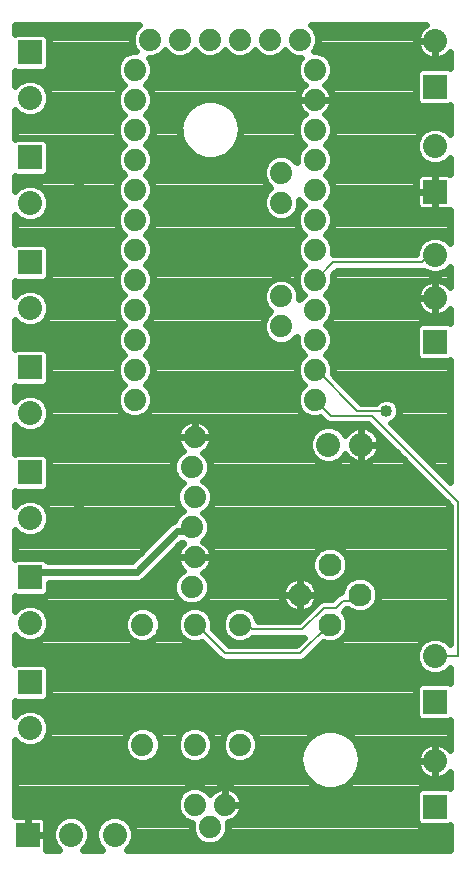
<source format=gbl>
G75*
%MOIN*%
%OFA0B0*%
%FSLAX24Y24*%
%IPPOS*%
%LPD*%
%AMOC8*
5,1,8,0,0,1.08239X$1,22.5*
%
%ADD10R,0.0800X0.0800*%
%ADD11C,0.0800*%
%ADD12C,0.0740*%
%ADD13C,0.0760*%
%ADD14C,0.0240*%
%ADD15C,0.0400*%
%ADD16C,0.0080*%
D10*
X001487Y001557D03*
X001557Y006627D03*
X001557Y010127D03*
X001557Y013627D03*
X001557Y017127D03*
X001557Y020627D03*
X001557Y024127D03*
X001557Y027627D03*
X015057Y026487D03*
X015057Y022987D03*
X015057Y017987D03*
X015057Y005987D03*
X015057Y002487D03*
D11*
X015057Y004005D03*
X015057Y007505D03*
X012607Y014557D03*
X011507Y014557D03*
X015057Y019435D03*
X015057Y020883D03*
X015057Y024505D03*
X015057Y028005D03*
X001557Y026109D03*
X001557Y022609D03*
X001557Y019109D03*
X001557Y015609D03*
X001557Y012109D03*
X001557Y008609D03*
X001557Y005109D03*
X002935Y001557D03*
X004383Y001557D03*
D12*
X005307Y004557D03*
X007057Y004557D03*
X007057Y002557D03*
X007557Y001807D03*
X008057Y002557D03*
X008557Y004557D03*
X008557Y008557D03*
X007057Y008557D03*
X006947Y009807D03*
X007047Y010807D03*
X006947Y011807D03*
X007047Y012807D03*
X006947Y013807D03*
X007047Y014807D03*
X005057Y016057D03*
X005057Y017057D03*
X005057Y018057D03*
X005057Y019057D03*
X005057Y020057D03*
X005057Y021057D03*
X005057Y022057D03*
X005057Y023057D03*
X005057Y024057D03*
X005057Y025057D03*
X005057Y026057D03*
X005057Y027057D03*
X005557Y028057D03*
X006557Y028057D03*
X007557Y028057D03*
X008557Y028057D03*
X009557Y028057D03*
X010557Y028057D03*
X011057Y027057D03*
X011057Y026057D03*
X011057Y025057D03*
X011057Y024057D03*
X011057Y023057D03*
X011057Y022057D03*
X011057Y021057D03*
X011057Y020057D03*
X011057Y019057D03*
X011057Y018057D03*
X011057Y017057D03*
X011057Y016057D03*
X009932Y018495D03*
X009932Y019495D03*
X009932Y022620D03*
X009932Y023620D03*
X005307Y008557D03*
D13*
X010557Y009557D03*
X011557Y008557D03*
X012557Y009557D03*
X011557Y010557D03*
D14*
X001057Y004704D02*
X001057Y002177D01*
X001058Y002177D01*
X001487Y002177D01*
X001487Y001557D01*
X001487Y001557D01*
X001487Y001557D01*
X002107Y001557D01*
X002107Y001128D01*
X002092Y001072D01*
X002084Y001057D01*
X002530Y001057D01*
X002393Y001195D01*
X002295Y001430D01*
X002295Y001685D01*
X002393Y001920D01*
X002573Y002100D01*
X002808Y002197D01*
X003063Y002197D01*
X003298Y002100D01*
X003478Y001920D01*
X003575Y001685D01*
X003575Y001430D01*
X003478Y001195D01*
X003340Y001057D01*
X003978Y001057D01*
X003841Y001195D01*
X003743Y001430D01*
X003743Y001685D01*
X003841Y001920D01*
X004021Y002100D01*
X004256Y002197D01*
X004511Y002197D01*
X004746Y002100D01*
X004926Y001920D01*
X005023Y001685D01*
X005023Y001430D01*
X004926Y001195D01*
X004788Y001057D01*
X015557Y001057D01*
X015557Y001869D01*
X015505Y001847D01*
X014610Y001847D01*
X014521Y001884D01*
X014454Y001951D01*
X014417Y002040D01*
X014417Y002935D01*
X014454Y003023D01*
X014521Y003091D01*
X014610Y003127D01*
X015505Y003127D01*
X015557Y003106D01*
X015557Y003639D01*
X015530Y003601D01*
X015461Y003532D01*
X015382Y003475D01*
X015295Y003431D01*
X015203Y003401D01*
X015106Y003385D01*
X015057Y003385D01*
X015057Y004005D01*
X014437Y004005D01*
X014437Y003956D01*
X014453Y003860D01*
X014483Y003767D01*
X014527Y003680D01*
X014584Y003601D01*
X014653Y003532D01*
X014732Y003475D01*
X014819Y003431D01*
X014912Y003401D01*
X015009Y003385D01*
X015057Y003385D01*
X015057Y004005D01*
X015057Y004005D01*
X015057Y004005D01*
X014437Y004005D01*
X014437Y004054D01*
X014453Y004150D01*
X014483Y004243D01*
X014527Y004330D01*
X014584Y004409D01*
X014653Y004478D01*
X014732Y004536D01*
X014819Y004580D01*
X014912Y004610D01*
X015009Y004625D01*
X015057Y004625D01*
X015057Y004005D01*
X015057Y004005D01*
X015057Y004625D01*
X015106Y004625D01*
X015203Y004610D01*
X015295Y004580D01*
X015382Y004536D01*
X015461Y004478D01*
X015530Y004409D01*
X015557Y004372D01*
X015557Y005369D01*
X015505Y005347D01*
X014610Y005347D01*
X014521Y005384D01*
X014454Y005451D01*
X014417Y005540D01*
X014417Y006435D01*
X014454Y006523D01*
X014521Y006591D01*
X014610Y006627D01*
X015505Y006627D01*
X015557Y006606D01*
X015557Y007100D01*
X015420Y006963D01*
X015185Y006865D01*
X014930Y006865D01*
X014695Y006963D01*
X014515Y007143D01*
X014417Y007378D01*
X014417Y007633D01*
X014515Y007868D01*
X014695Y008048D01*
X014930Y008145D01*
X015185Y008145D01*
X015420Y008048D01*
X015557Y007910D01*
X015557Y012521D01*
X012841Y015237D01*
X011542Y015237D01*
X011439Y015280D01*
X011360Y015359D01*
X011244Y015474D01*
X011179Y015447D01*
X010936Y015447D01*
X010712Y015540D01*
X010540Y015712D01*
X010447Y015936D01*
X010447Y016179D01*
X010540Y016403D01*
X010695Y016557D01*
X010540Y016712D01*
X010447Y016936D01*
X010447Y017179D01*
X010540Y017403D01*
X010695Y017557D01*
X010540Y017712D01*
X010447Y017936D01*
X010447Y018147D01*
X010278Y017978D01*
X010054Y017885D01*
X009811Y017885D01*
X009587Y017978D01*
X009415Y018149D01*
X009322Y018373D01*
X009322Y018616D01*
X009415Y018840D01*
X009570Y018995D01*
X009415Y019149D01*
X009322Y019373D01*
X009322Y019616D01*
X009415Y019840D01*
X009587Y020012D01*
X009811Y020105D01*
X010054Y020105D01*
X010278Y020012D01*
X010449Y019840D01*
X010542Y019616D01*
X010542Y019405D01*
X010695Y019557D01*
X010540Y019712D01*
X010447Y019936D01*
X010447Y020179D01*
X010540Y020403D01*
X010695Y020557D01*
X010540Y020712D01*
X010447Y020936D01*
X010447Y021179D01*
X010540Y021403D01*
X010695Y021557D01*
X010540Y021712D01*
X010447Y021936D01*
X010447Y022179D01*
X010540Y022403D01*
X010695Y022557D01*
X010542Y022710D01*
X010542Y022498D01*
X010449Y022274D01*
X010278Y022103D01*
X010054Y022010D01*
X009811Y022010D01*
X009587Y022103D01*
X009415Y022274D01*
X009322Y022498D01*
X009322Y022741D01*
X009415Y022965D01*
X009570Y023120D01*
X009415Y023274D01*
X009322Y023498D01*
X009322Y023741D01*
X009415Y023965D01*
X009587Y024137D01*
X009811Y024230D01*
X010054Y024230D01*
X010278Y024137D01*
X010447Y023967D01*
X010447Y024179D01*
X010540Y024403D01*
X010695Y024557D01*
X010540Y024712D01*
X010447Y024936D01*
X010447Y025179D01*
X010540Y025403D01*
X010712Y025574D01*
X010716Y025576D01*
X010673Y025607D01*
X010607Y025673D01*
X010553Y025748D01*
X010511Y025831D01*
X010482Y025919D01*
X010467Y026011D01*
X010467Y026057D01*
X011057Y026057D01*
X011057Y026057D01*
X010467Y026057D01*
X010467Y026104D01*
X010482Y026195D01*
X010511Y026284D01*
X010553Y026367D01*
X010607Y026442D01*
X010673Y026507D01*
X010716Y026539D01*
X010712Y026540D01*
X010540Y026712D01*
X010447Y026936D01*
X010447Y027179D01*
X010540Y027403D01*
X010585Y027447D01*
X010436Y027447D01*
X010212Y027540D01*
X010057Y027695D01*
X009903Y027540D01*
X009679Y027447D01*
X009436Y027447D01*
X009212Y027540D01*
X009057Y027695D01*
X008903Y027540D01*
X008679Y027447D01*
X008436Y027447D01*
X008212Y027540D01*
X008057Y027695D01*
X007903Y027540D01*
X007679Y027447D01*
X007436Y027447D01*
X007212Y027540D01*
X007057Y027695D01*
X006903Y027540D01*
X006679Y027447D01*
X006436Y027447D01*
X006212Y027540D01*
X006057Y027695D01*
X005903Y027540D01*
X005679Y027447D01*
X005530Y027447D01*
X005574Y027403D01*
X005667Y027179D01*
X005667Y026936D01*
X005574Y026712D01*
X005420Y026557D01*
X005574Y026403D01*
X005667Y026179D01*
X005667Y025936D01*
X005574Y025712D01*
X005420Y025557D01*
X005574Y025403D01*
X005667Y025179D01*
X005667Y024936D01*
X005574Y024712D01*
X005420Y024557D01*
X005574Y024403D01*
X005667Y024179D01*
X005667Y023936D01*
X005574Y023712D01*
X005420Y023557D01*
X005574Y023403D01*
X005667Y023179D01*
X005667Y022936D01*
X005574Y022712D01*
X005420Y022557D01*
X005574Y022403D01*
X005667Y022179D01*
X005667Y021936D01*
X005574Y021712D01*
X005420Y021557D01*
X005574Y021403D01*
X005667Y021179D01*
X005667Y020936D01*
X005574Y020712D01*
X005420Y020557D01*
X005574Y020403D01*
X005667Y020179D01*
X005667Y019936D01*
X005574Y019712D01*
X005420Y019557D01*
X005574Y019403D01*
X005667Y019179D01*
X005667Y018936D01*
X005574Y018712D01*
X005420Y018557D01*
X005574Y018403D01*
X005667Y018179D01*
X005667Y017936D01*
X005574Y017712D01*
X005420Y017557D01*
X005574Y017403D01*
X005667Y017179D01*
X005667Y016936D01*
X005574Y016712D01*
X005420Y016557D01*
X005574Y016403D01*
X005667Y016179D01*
X005667Y015936D01*
X005574Y015712D01*
X005403Y015540D01*
X005179Y015447D01*
X004936Y015447D01*
X004712Y015540D01*
X004540Y015712D01*
X004447Y015936D01*
X004447Y016179D01*
X004540Y016403D01*
X004695Y016557D01*
X004540Y016712D01*
X004447Y016936D01*
X004447Y017179D01*
X004540Y017403D01*
X004695Y017557D01*
X004540Y017712D01*
X004447Y017936D01*
X004447Y018179D01*
X004540Y018403D01*
X004695Y018557D01*
X004540Y018712D01*
X004447Y018936D01*
X004447Y019179D01*
X004540Y019403D01*
X004695Y019557D01*
X004540Y019712D01*
X004447Y019936D01*
X004447Y020179D01*
X004540Y020403D01*
X004695Y020557D01*
X004540Y020712D01*
X004447Y020936D01*
X004447Y021179D01*
X004540Y021403D01*
X004695Y021557D01*
X004540Y021712D01*
X004447Y021936D01*
X004447Y022179D01*
X004540Y022403D01*
X004695Y022557D01*
X004540Y022712D01*
X004447Y022936D01*
X004447Y023179D01*
X004540Y023403D01*
X004695Y023557D01*
X004540Y023712D01*
X004447Y023936D01*
X004447Y024179D01*
X004540Y024403D01*
X004695Y024557D01*
X004540Y024712D01*
X004447Y024936D01*
X004447Y025179D01*
X004540Y025403D01*
X004695Y025557D01*
X004540Y025712D01*
X004447Y025936D01*
X004447Y026179D01*
X004540Y026403D01*
X004695Y026557D01*
X004540Y026712D01*
X004447Y026936D01*
X004447Y027179D01*
X004540Y027403D01*
X004712Y027574D01*
X004936Y027667D01*
X005085Y027667D01*
X005040Y027712D01*
X004947Y027936D01*
X004947Y028179D01*
X005040Y028403D01*
X005195Y028557D01*
X001057Y028557D01*
X001057Y028246D01*
X001110Y028267D01*
X002005Y028267D01*
X002093Y028231D01*
X002161Y028163D01*
X002197Y028075D01*
X002197Y027180D01*
X002161Y027091D01*
X002093Y027024D01*
X002005Y026987D01*
X001110Y026987D01*
X001057Y027009D01*
X001057Y026514D01*
X001195Y026652D01*
X001430Y026749D01*
X001685Y026749D01*
X001920Y026652D01*
X002100Y026472D01*
X002197Y026237D01*
X002197Y025982D01*
X002100Y025747D01*
X001920Y025567D01*
X001685Y025469D01*
X001430Y025469D01*
X001195Y025567D01*
X001057Y025704D01*
X001057Y024746D01*
X001110Y024767D01*
X002005Y024767D01*
X002093Y024731D01*
X002161Y024663D01*
X002197Y024575D01*
X002197Y023680D01*
X002161Y023591D01*
X002093Y023524D01*
X002005Y023487D01*
X001110Y023487D01*
X001057Y023509D01*
X001057Y023014D01*
X001195Y023152D01*
X001430Y023249D01*
X001685Y023249D01*
X001920Y023152D01*
X002100Y022972D01*
X002197Y022737D01*
X002197Y022482D01*
X002100Y022247D01*
X001920Y022067D01*
X001685Y021969D01*
X001430Y021969D01*
X001195Y022067D01*
X001057Y022204D01*
X001057Y021246D01*
X001110Y021267D01*
X002005Y021267D01*
X002093Y021231D01*
X002161Y021163D01*
X002197Y021075D01*
X002197Y020180D01*
X002161Y020091D01*
X002093Y020024D01*
X002005Y019987D01*
X001110Y019987D01*
X001057Y020009D01*
X001057Y019514D01*
X001195Y019652D01*
X001430Y019749D01*
X001685Y019749D01*
X001920Y019652D01*
X002100Y019472D01*
X002197Y019237D01*
X002197Y018982D01*
X002100Y018747D01*
X001920Y018567D01*
X001685Y018469D01*
X001430Y018469D01*
X001195Y018567D01*
X001057Y018704D01*
X001057Y017746D01*
X001110Y017767D01*
X002005Y017767D01*
X002093Y017731D01*
X002161Y017663D01*
X002197Y017575D01*
X002197Y016680D01*
X002161Y016591D01*
X002093Y016524D01*
X002005Y016487D01*
X001110Y016487D01*
X001057Y016509D01*
X001057Y016014D01*
X001195Y016152D01*
X001430Y016249D01*
X001685Y016249D01*
X001920Y016152D01*
X002100Y015972D01*
X002197Y015737D01*
X002197Y015482D01*
X002100Y015247D01*
X001920Y015067D01*
X001685Y014969D01*
X001430Y014969D01*
X001195Y015067D01*
X001057Y015204D01*
X001057Y014246D01*
X001110Y014267D01*
X002005Y014267D01*
X002093Y014231D01*
X002161Y014163D01*
X002197Y014075D01*
X002197Y013180D01*
X002161Y013091D01*
X002093Y013024D01*
X002005Y012987D01*
X001110Y012987D01*
X001057Y013009D01*
X001057Y012514D01*
X001195Y012652D01*
X001430Y012749D01*
X001685Y012749D01*
X001920Y012652D01*
X002100Y012472D01*
X002197Y012237D01*
X002197Y011982D01*
X002100Y011747D01*
X001920Y011567D01*
X001685Y011469D01*
X001430Y011469D01*
X001195Y011567D01*
X001057Y011704D01*
X001057Y010746D01*
X001110Y010767D01*
X002005Y010767D01*
X002093Y010731D01*
X002147Y010677D01*
X004968Y010677D01*
X006172Y011881D01*
X006172Y011881D01*
X006273Y011983D01*
X006377Y012026D01*
X006430Y012153D01*
X006602Y012324D01*
X006648Y012344D01*
X006530Y012462D01*
X006437Y012686D01*
X006437Y012929D01*
X006530Y013153D01*
X006648Y013271D01*
X006602Y013290D01*
X006430Y013462D01*
X006337Y013686D01*
X006337Y013929D01*
X006430Y014153D01*
X006602Y014324D01*
X006670Y014353D01*
X006663Y014357D01*
X006597Y014423D01*
X006543Y014498D01*
X006501Y014581D01*
X006472Y014669D01*
X006457Y014761D01*
X006457Y014807D01*
X007047Y014807D01*
X007047Y014807D01*
X006457Y014807D01*
X006457Y014854D01*
X006472Y014945D01*
X006501Y015034D01*
X006543Y015117D01*
X006597Y015192D01*
X006663Y015257D01*
X006738Y015312D01*
X006821Y015354D01*
X006909Y015383D01*
X007001Y015397D01*
X007047Y015397D01*
X007047Y014807D01*
X007047Y014807D01*
X007047Y014807D01*
X007637Y014807D01*
X007637Y014761D01*
X007623Y014669D01*
X007594Y014581D01*
X007552Y014498D01*
X007497Y014423D01*
X007432Y014357D01*
X007357Y014303D01*
X007329Y014289D01*
X007464Y014153D01*
X007557Y013929D01*
X007557Y013686D01*
X007464Y013462D01*
X007346Y013344D01*
X007393Y013324D01*
X007564Y013153D01*
X007657Y012929D01*
X007657Y012686D01*
X007564Y012462D01*
X007393Y012290D01*
X007346Y012271D01*
X007464Y012153D01*
X007557Y011929D01*
X007557Y011686D01*
X007464Y011462D01*
X007329Y011326D01*
X007357Y011312D01*
X007432Y011257D01*
X007497Y011192D01*
X007552Y011117D01*
X007594Y011034D01*
X007623Y010945D01*
X007637Y010854D01*
X007637Y010807D01*
X007047Y010807D01*
X006457Y010807D01*
X006457Y010761D01*
X006472Y010669D01*
X006501Y010581D01*
X006543Y010498D01*
X006597Y010423D01*
X006663Y010357D01*
X006670Y010353D01*
X006602Y010324D01*
X006430Y010153D01*
X006337Y009929D01*
X006337Y009686D01*
X006430Y009462D01*
X006602Y009290D01*
X006826Y009197D01*
X007069Y009197D01*
X007293Y009290D01*
X007464Y009462D01*
X007557Y009686D01*
X007557Y009929D01*
X007464Y010153D01*
X007329Y010289D01*
X007357Y010303D01*
X007432Y010357D01*
X007497Y010423D01*
X007552Y010498D01*
X007594Y010581D01*
X007623Y010669D01*
X007637Y010761D01*
X007637Y010807D01*
X007047Y010807D01*
X007047Y010807D01*
X006457Y010807D01*
X006457Y010854D01*
X006472Y010945D01*
X006501Y011034D01*
X006543Y011117D01*
X006597Y011192D01*
X006663Y011257D01*
X006670Y011262D01*
X006602Y011290D01*
X006601Y011291D01*
X005321Y010012D01*
X005189Y009957D01*
X002197Y009957D01*
X002197Y009680D01*
X002161Y009591D01*
X002093Y009524D01*
X002005Y009487D01*
X001110Y009487D01*
X001057Y009509D01*
X001057Y009014D01*
X001195Y009152D01*
X001430Y009249D01*
X001685Y009249D01*
X001920Y009152D01*
X002100Y008972D01*
X002197Y008737D01*
X002197Y008482D01*
X002100Y008247D01*
X001920Y008067D01*
X001685Y007969D01*
X001430Y007969D01*
X001195Y008067D01*
X001057Y008204D01*
X001057Y007246D01*
X001110Y007267D01*
X002005Y007267D01*
X002093Y007231D01*
X002161Y007163D01*
X002197Y007075D01*
X002197Y006180D01*
X002161Y006091D01*
X002093Y006024D01*
X002005Y005987D01*
X001110Y005987D01*
X001057Y006009D01*
X001057Y005514D01*
X001195Y005652D01*
X001430Y005749D01*
X001685Y005749D01*
X001920Y005652D01*
X002100Y005472D01*
X002197Y005237D01*
X002197Y004982D01*
X002100Y004747D01*
X001920Y004567D01*
X001685Y004469D01*
X001430Y004469D01*
X001195Y004567D01*
X001057Y004704D01*
X001057Y004520D02*
X001308Y004520D01*
X001057Y004281D02*
X004761Y004281D01*
X004790Y004212D02*
X004962Y004040D01*
X005186Y003947D01*
X005429Y003947D01*
X005653Y004040D01*
X005824Y004212D01*
X005917Y004436D01*
X005917Y004679D01*
X005824Y004903D01*
X005653Y005074D01*
X005429Y005167D01*
X005186Y005167D01*
X004962Y005074D01*
X004790Y004903D01*
X004697Y004679D01*
X004697Y004436D01*
X004790Y004212D01*
X004959Y004043D02*
X001057Y004043D01*
X001057Y003804D02*
X010588Y003804D01*
X010604Y003717D02*
X010542Y004067D01*
X010542Y004067D01*
X010604Y004418D01*
X010604Y004418D01*
X010782Y004727D01*
X010782Y004727D01*
X010782Y004727D01*
X011055Y004956D01*
X011055Y004956D01*
X011389Y005077D01*
X011745Y005077D01*
X012080Y004956D01*
X012080Y004956D01*
X012353Y004727D01*
X012353Y004727D01*
X012531Y004418D01*
X012531Y004418D01*
X012593Y004067D01*
X012593Y004067D01*
X012531Y003717D01*
X012531Y003717D01*
X012353Y003408D01*
X012353Y003408D01*
X012353Y003408D01*
X012080Y003179D01*
X012080Y003179D01*
X011745Y003057D01*
X011623Y003057D01*
X011389Y003057D01*
X011055Y003179D01*
X011055Y003179D01*
X010782Y003408D01*
X010782Y003408D01*
X010604Y003717D01*
X010604Y003717D01*
X010691Y003566D02*
X001057Y003566D01*
X001057Y003327D02*
X010878Y003327D01*
X010546Y004043D02*
X008905Y004043D01*
X008903Y004040D02*
X009074Y004212D01*
X009167Y004436D01*
X009167Y004679D01*
X009074Y004903D01*
X008903Y005074D01*
X008679Y005167D01*
X008436Y005167D01*
X008212Y005074D01*
X008040Y004903D01*
X007947Y004679D01*
X007947Y004436D01*
X008040Y004212D01*
X008212Y004040D01*
X008436Y003947D01*
X008679Y003947D01*
X008903Y004040D01*
X009103Y004281D02*
X010579Y004281D01*
X010662Y004520D02*
X009167Y004520D01*
X009134Y004758D02*
X010820Y004758D01*
X011168Y004997D02*
X008980Y004997D01*
X008209Y004043D02*
X007405Y004043D01*
X007403Y004040D02*
X007574Y004212D01*
X007667Y004436D01*
X007667Y004679D01*
X007574Y004903D01*
X007403Y005074D01*
X007179Y005167D01*
X006936Y005167D01*
X006712Y005074D01*
X006540Y004903D01*
X006447Y004679D01*
X006447Y004436D01*
X006540Y004212D01*
X006712Y004040D01*
X006936Y003947D01*
X007179Y003947D01*
X007403Y004040D01*
X007603Y004281D02*
X008011Y004281D01*
X007947Y004520D02*
X007667Y004520D01*
X007634Y004758D02*
X007980Y004758D01*
X008134Y004997D02*
X007480Y004997D01*
X006709Y004043D02*
X005655Y004043D01*
X005853Y004281D02*
X006511Y004281D01*
X006447Y004520D02*
X005917Y004520D01*
X005884Y004758D02*
X006480Y004758D01*
X006634Y004997D02*
X005730Y004997D01*
X004884Y004997D02*
X002197Y004997D01*
X002197Y005235D02*
X015557Y005235D01*
X015557Y004997D02*
X011967Y004997D01*
X012315Y004758D02*
X015557Y004758D01*
X015557Y004520D02*
X015404Y004520D01*
X015057Y004520D02*
X015057Y004520D01*
X015057Y004281D02*
X015057Y004281D01*
X015057Y004043D02*
X015057Y004043D01*
X015057Y003804D02*
X015057Y003804D01*
X015057Y003566D02*
X015057Y003566D01*
X014620Y003566D02*
X012444Y003566D01*
X012547Y003804D02*
X014471Y003804D01*
X014437Y004043D02*
X012589Y004043D01*
X012555Y004281D02*
X014502Y004281D01*
X014711Y004520D02*
X012472Y004520D01*
X012257Y003327D02*
X015557Y003327D01*
X015557Y003566D02*
X015495Y003566D01*
X014519Y003089D02*
X011832Y003089D01*
X011745Y003057D02*
X011745Y003057D01*
X011303Y003089D02*
X008314Y003089D01*
X008284Y003104D02*
X008367Y003062D01*
X008442Y003007D01*
X008507Y002942D01*
X008562Y002867D01*
X008604Y002784D01*
X008633Y002695D01*
X008647Y002604D01*
X008647Y002557D01*
X008057Y002557D01*
X008057Y002557D01*
X008057Y003147D01*
X008011Y003147D01*
X007919Y003133D01*
X007831Y003104D01*
X007748Y003062D01*
X007673Y003007D01*
X007607Y002942D01*
X007576Y002899D01*
X007574Y002903D01*
X007403Y003074D01*
X007179Y003167D01*
X006936Y003167D01*
X006712Y003074D01*
X006540Y002903D01*
X006447Y002679D01*
X006447Y002436D01*
X006540Y002212D01*
X006712Y002040D01*
X006936Y001947D01*
X006955Y001947D01*
X006947Y001929D01*
X006947Y001686D01*
X007040Y001462D01*
X007212Y001290D01*
X007436Y001197D01*
X007679Y001197D01*
X007903Y001290D01*
X008074Y001462D01*
X008167Y001686D01*
X008167Y001929D01*
X008148Y001974D01*
X008195Y001982D01*
X008284Y002011D01*
X008367Y002053D01*
X008442Y002107D01*
X008507Y002173D01*
X008562Y002248D01*
X008604Y002331D01*
X008633Y002419D01*
X008647Y002511D01*
X008647Y002557D01*
X008057Y002557D01*
X008057Y002557D01*
X008057Y003147D01*
X008104Y003147D01*
X008195Y003133D01*
X008284Y003104D01*
X008057Y003089D02*
X008057Y003089D01*
X008057Y002850D02*
X008057Y002850D01*
X008057Y002612D02*
X008057Y002612D01*
X007801Y003089D02*
X007368Y003089D01*
X006746Y003089D02*
X001057Y003089D01*
X001057Y002850D02*
X006518Y002850D01*
X006447Y002612D02*
X001057Y002612D01*
X001057Y002373D02*
X006473Y002373D01*
X006617Y002135D02*
X004661Y002135D01*
X004936Y001896D02*
X006947Y001896D01*
X006959Y001658D02*
X005023Y001658D01*
X005019Y001419D02*
X007083Y001419D01*
X008032Y001419D02*
X015557Y001419D01*
X015557Y001181D02*
X004912Y001181D01*
X004105Y002135D02*
X003213Y002135D01*
X003488Y001896D02*
X003831Y001896D01*
X003743Y001658D02*
X003575Y001658D01*
X003571Y001419D02*
X003748Y001419D01*
X003855Y001181D02*
X003464Y001181D01*
X002657Y002135D02*
X002020Y002135D01*
X002022Y002133D02*
X001972Y002162D01*
X001916Y002177D01*
X001487Y002177D01*
X001487Y001557D01*
X002107Y001557D01*
X002107Y001986D01*
X002092Y002042D01*
X002063Y002092D01*
X002022Y002133D01*
X002107Y001896D02*
X002383Y001896D01*
X002295Y001658D02*
X002107Y001658D01*
X002107Y001419D02*
X002300Y001419D01*
X002407Y001181D02*
X002107Y001181D01*
X001487Y001658D02*
X001487Y001658D01*
X001487Y001896D02*
X001487Y001896D01*
X001487Y002135D02*
X001487Y002135D01*
X001806Y004520D02*
X004697Y004520D01*
X004730Y004758D02*
X002105Y004758D01*
X002098Y005474D02*
X014445Y005474D01*
X014417Y005712D02*
X001774Y005712D01*
X001341Y005712D02*
X001057Y005712D01*
X001057Y005951D02*
X014417Y005951D01*
X014417Y006189D02*
X002197Y006189D01*
X002197Y006428D02*
X014417Y006428D01*
X014515Y007143D02*
X002169Y007143D01*
X002197Y006905D02*
X014835Y006905D01*
X015280Y006905D02*
X015557Y006905D01*
X015557Y006666D02*
X002197Y006666D01*
X001950Y008097D02*
X004905Y008097D01*
X004962Y008040D02*
X005186Y007947D01*
X005429Y007947D01*
X005653Y008040D01*
X005824Y008212D01*
X005917Y008436D01*
X005917Y008679D01*
X005824Y008903D01*
X005653Y009074D01*
X005429Y009167D01*
X005186Y009167D01*
X004962Y009074D01*
X004790Y008903D01*
X004697Y008679D01*
X004697Y008436D01*
X004790Y008212D01*
X004962Y008040D01*
X004739Y008336D02*
X002137Y008336D01*
X002197Y008574D02*
X004697Y008574D01*
X004753Y008813D02*
X002166Y008813D01*
X002020Y009051D02*
X004939Y009051D01*
X005305Y010005D02*
X006369Y010005D01*
X006337Y009767D02*
X002197Y009767D01*
X002098Y009528D02*
X006403Y009528D01*
X006603Y009290D02*
X001057Y009290D01*
X001057Y009051D02*
X001094Y009051D01*
X001557Y010127D02*
X001597Y010157D01*
X001757Y010317D01*
X005117Y010317D01*
X006477Y011677D01*
X006637Y011677D01*
X006717Y011757D01*
X006877Y011757D01*
X006947Y011807D01*
X006602Y012390D02*
X002134Y012390D01*
X002197Y012152D02*
X006430Y012152D01*
X006204Y011913D02*
X002169Y011913D01*
X002028Y011675D02*
X005966Y011675D01*
X005727Y011436D02*
X001057Y011436D01*
X001057Y011198D02*
X005489Y011198D01*
X005250Y010959D02*
X001057Y010959D01*
X001057Y011675D02*
X001087Y011675D01*
X001057Y012629D02*
X001172Y012629D01*
X001057Y012867D02*
X006437Y012867D01*
X006461Y012629D02*
X001943Y012629D01*
X002167Y013106D02*
X006511Y013106D01*
X006548Y013344D02*
X002197Y013344D01*
X002197Y013583D02*
X006380Y013583D01*
X006337Y013821D02*
X002197Y013821D01*
X002197Y014060D02*
X006392Y014060D01*
X006576Y014298D02*
X001057Y014298D01*
X001057Y014537D02*
X006523Y014537D01*
X006457Y014775D02*
X001057Y014775D01*
X001057Y015014D02*
X001323Y015014D01*
X001792Y015014D02*
X006494Y015014D01*
X006658Y015252D02*
X002102Y015252D01*
X002197Y015491D02*
X004831Y015491D01*
X004533Y015729D02*
X002197Y015729D01*
X002102Y015968D02*
X004447Y015968D01*
X004459Y016206D02*
X001789Y016206D01*
X001326Y016206D02*
X001057Y016206D01*
X001057Y016445D02*
X004582Y016445D01*
X004569Y016683D02*
X002197Y016683D01*
X002197Y016922D02*
X004453Y016922D01*
X004447Y017160D02*
X002197Y017160D01*
X002197Y017399D02*
X004539Y017399D01*
X004615Y017637D02*
X002172Y017637D01*
X001944Y018591D02*
X004661Y018591D01*
X004519Y018353D02*
X001057Y018353D01*
X001057Y018591D02*
X001170Y018591D01*
X001057Y018114D02*
X004447Y018114D01*
X004472Y017876D02*
X001057Y017876D01*
X002134Y018830D02*
X004491Y018830D01*
X004447Y019068D02*
X002197Y019068D01*
X002168Y019307D02*
X004500Y019307D01*
X004683Y019545D02*
X002026Y019545D01*
X002090Y020022D02*
X004447Y020022D01*
X004481Y020261D02*
X002197Y020261D01*
X002197Y020499D02*
X004637Y020499D01*
X004529Y020738D02*
X002197Y020738D01*
X002197Y020976D02*
X004447Y020976D01*
X004462Y021215D02*
X002109Y021215D01*
X002022Y022169D02*
X004447Y022169D01*
X004450Y021930D02*
X001057Y021930D01*
X001057Y021692D02*
X004560Y021692D01*
X004591Y021453D02*
X001057Y021453D01*
X001057Y022169D02*
X001093Y022169D01*
X001057Y023123D02*
X001166Y023123D01*
X001057Y023361D02*
X004523Y023361D01*
X004447Y023123D02*
X001949Y023123D01*
X002136Y022884D02*
X004469Y022884D01*
X004606Y022646D02*
X002197Y022646D01*
X002166Y022407D02*
X004545Y022407D01*
X004652Y023600D02*
X002164Y023600D01*
X002197Y023838D02*
X004488Y023838D01*
X004447Y024077D02*
X002197Y024077D01*
X002197Y024315D02*
X004504Y024315D01*
X004691Y024554D02*
X002197Y024554D01*
X001778Y025508D02*
X004645Y025508D01*
X004526Y025746D02*
X002099Y025746D01*
X002197Y025985D02*
X004447Y025985D01*
X004466Y026223D02*
X002197Y026223D01*
X002104Y026462D02*
X004599Y026462D01*
X004552Y026700D02*
X001803Y026700D01*
X001312Y026700D02*
X001057Y026700D01*
X001057Y026939D02*
X004447Y026939D01*
X004447Y027177D02*
X002196Y027177D01*
X002197Y027416D02*
X004553Y027416D01*
X004905Y027654D02*
X002197Y027654D01*
X002197Y027893D02*
X004965Y027893D01*
X004947Y028131D02*
X002174Y028131D01*
X001057Y028370D02*
X005027Y028370D01*
X005561Y027416D02*
X010553Y027416D01*
X010447Y027177D02*
X005667Y027177D01*
X005667Y026939D02*
X010447Y026939D01*
X010552Y026700D02*
X005563Y026700D01*
X005515Y026462D02*
X010627Y026462D01*
X010491Y026223D02*
X005649Y026223D01*
X005667Y025985D02*
X007135Y025985D01*
X007055Y025956D02*
X007055Y025956D01*
X006782Y025727D01*
X006782Y025727D01*
X006782Y025727D01*
X006604Y025418D01*
X006542Y025067D01*
X006604Y024717D01*
X006782Y024408D01*
X007055Y024179D01*
X007389Y024057D01*
X007512Y024057D01*
X007745Y024057D01*
X008080Y024179D01*
X008353Y024408D01*
X008353Y024408D01*
X008353Y024408D01*
X008531Y024717D01*
X008593Y025067D01*
X008593Y025067D01*
X008531Y025418D01*
X008353Y025727D01*
X008080Y025955D01*
X008080Y025956D01*
X007745Y026077D01*
X007389Y026077D01*
X007055Y025956D01*
X006805Y025746D02*
X005589Y025746D01*
X005469Y025508D02*
X006655Y025508D01*
X006604Y025418D02*
X006604Y025418D01*
X006577Y025269D02*
X005630Y025269D01*
X005667Y025031D02*
X006548Y025031D01*
X006542Y025067D02*
X006542Y025067D01*
X006590Y024792D02*
X005608Y024792D01*
X005423Y024554D02*
X006698Y024554D01*
X006782Y024408D02*
X006782Y024408D01*
X006892Y024315D02*
X005611Y024315D01*
X005667Y024077D02*
X007336Y024077D01*
X007055Y024179D02*
X007055Y024179D01*
X006604Y024717D02*
X006604Y024717D01*
X005667Y023123D02*
X009567Y023123D01*
X009382Y022884D02*
X005646Y022884D01*
X005509Y022646D02*
X009322Y022646D01*
X009360Y022407D02*
X005570Y022407D01*
X005667Y022169D02*
X009521Y022169D01*
X009379Y023361D02*
X005592Y023361D01*
X005463Y023600D02*
X009322Y023600D01*
X009363Y023838D02*
X005627Y023838D01*
X004507Y024792D02*
X001057Y024792D01*
X001057Y025031D02*
X004447Y025031D01*
X004485Y025269D02*
X001057Y025269D01*
X001057Y025508D02*
X001337Y025508D01*
X001057Y019784D02*
X004510Y019784D01*
X005432Y019545D02*
X009322Y019545D01*
X009350Y019307D02*
X005614Y019307D01*
X005667Y019068D02*
X009496Y019068D01*
X009411Y018830D02*
X005623Y018830D01*
X005454Y018591D02*
X009322Y018591D01*
X009331Y018353D02*
X005595Y018353D01*
X005667Y018114D02*
X009450Y018114D01*
X009392Y019784D02*
X005604Y019784D01*
X005667Y020022D02*
X009612Y020022D01*
X010253Y020022D02*
X010447Y020022D01*
X010473Y019784D02*
X010510Y019784D01*
X010542Y019545D02*
X010683Y019545D01*
X010481Y020261D02*
X005633Y020261D01*
X005478Y020499D02*
X010637Y020499D01*
X010529Y020738D02*
X005585Y020738D01*
X005667Y020976D02*
X010447Y020976D01*
X010462Y021215D02*
X005652Y021215D01*
X005524Y021453D02*
X010591Y021453D01*
X010560Y021692D02*
X005555Y021692D01*
X005665Y021930D02*
X010450Y021930D01*
X010447Y022169D02*
X010344Y022169D01*
X010505Y022407D02*
X010545Y022407D01*
X010542Y022646D02*
X010606Y022646D01*
X011420Y022557D02*
X011574Y022712D01*
X011667Y022936D01*
X011667Y023179D01*
X011574Y023403D01*
X011420Y023557D01*
X011574Y023712D01*
X011667Y023936D01*
X011667Y024179D01*
X011574Y024403D01*
X011420Y024557D01*
X011574Y024712D01*
X011667Y024936D01*
X011667Y025179D01*
X011574Y025403D01*
X011403Y025574D01*
X011399Y025576D01*
X011442Y025607D01*
X011507Y025673D01*
X011562Y025748D01*
X011604Y025831D01*
X011633Y025919D01*
X011647Y026011D01*
X011647Y026057D01*
X011057Y026057D01*
X011057Y026057D01*
X011647Y026057D01*
X011647Y026104D01*
X011633Y026195D01*
X011604Y026284D01*
X011562Y026367D01*
X011507Y026442D01*
X011442Y026507D01*
X011399Y026539D01*
X011403Y026540D01*
X011574Y026712D01*
X011667Y026936D01*
X011667Y027179D01*
X011574Y027403D01*
X011403Y027574D01*
X011179Y027667D01*
X011030Y027667D01*
X011074Y027712D01*
X011167Y027936D01*
X011167Y028179D01*
X011074Y028403D01*
X010920Y028557D01*
X014775Y028557D01*
X014732Y028536D01*
X014653Y028478D01*
X014584Y028409D01*
X014527Y028330D01*
X014483Y028243D01*
X014453Y028150D01*
X014437Y028054D01*
X014437Y028005D01*
X014437Y027956D01*
X014453Y027860D01*
X014483Y027767D01*
X014527Y027680D01*
X014584Y027601D01*
X014653Y027532D01*
X014732Y027475D01*
X014819Y027431D01*
X014912Y027401D01*
X015009Y027385D01*
X015057Y027385D01*
X015057Y028005D01*
X014437Y028005D01*
X015057Y028005D01*
X015057Y028005D01*
X015057Y028005D01*
X015057Y027385D01*
X015106Y027385D01*
X015203Y027401D01*
X015295Y027431D01*
X015382Y027475D01*
X015461Y027532D01*
X015530Y027601D01*
X015557Y027639D01*
X015557Y027106D01*
X015505Y027127D01*
X014610Y027127D01*
X014521Y027091D01*
X014454Y027023D01*
X014417Y026935D01*
X014417Y026040D01*
X014454Y025951D01*
X014521Y025884D01*
X014610Y025847D01*
X015505Y025847D01*
X015557Y025869D01*
X015557Y024910D01*
X015420Y025048D01*
X015185Y025145D01*
X014930Y025145D01*
X014695Y025048D01*
X014515Y024868D01*
X014417Y024633D01*
X014417Y024378D01*
X014515Y024143D01*
X014695Y023963D01*
X014930Y023865D01*
X015185Y023865D01*
X015420Y023963D01*
X015557Y024100D01*
X015557Y023584D01*
X015542Y023592D01*
X015486Y023607D01*
X015057Y023607D01*
X014628Y023607D01*
X014572Y023592D01*
X014522Y023563D01*
X014481Y023522D01*
X014452Y023472D01*
X014437Y023416D01*
X014437Y022987D01*
X014437Y022558D01*
X014452Y022502D01*
X014481Y022452D01*
X014522Y022411D01*
X014572Y022382D01*
X014628Y022367D01*
X015057Y022367D01*
X015057Y022987D01*
X015057Y022987D01*
X014437Y022987D01*
X015057Y022987D01*
X015057Y022987D01*
X015057Y022367D01*
X015486Y022367D01*
X015542Y022382D01*
X015557Y022391D01*
X015557Y021288D01*
X015420Y021426D01*
X015185Y021523D01*
X014930Y021523D01*
X014695Y021426D01*
X014515Y021246D01*
X014417Y021011D01*
X014417Y020917D01*
X011660Y020917D01*
X011667Y020936D01*
X011667Y021179D01*
X011574Y021403D01*
X011420Y021557D01*
X011574Y021712D01*
X011667Y021936D01*
X011667Y022179D01*
X011574Y022403D01*
X011420Y022557D01*
X011509Y022646D02*
X014437Y022646D01*
X014437Y022884D02*
X011646Y022884D01*
X011667Y023123D02*
X014437Y023123D01*
X014437Y023361D02*
X011592Y023361D01*
X011463Y023600D02*
X014600Y023600D01*
X014581Y024077D02*
X011667Y024077D01*
X011627Y023838D02*
X015557Y023838D01*
X015557Y023600D02*
X015514Y023600D01*
X015534Y024077D02*
X015557Y024077D01*
X015057Y023607D02*
X015057Y022987D01*
X015057Y023607D01*
X015057Y023600D02*
X015057Y023600D01*
X015057Y023361D02*
X015057Y023361D01*
X015057Y023123D02*
X015057Y023123D01*
X015057Y022987D02*
X015057Y022987D01*
X015057Y022884D02*
X015057Y022884D01*
X015057Y022646D02*
X015057Y022646D01*
X015057Y022407D02*
X015057Y022407D01*
X014529Y022407D02*
X011570Y022407D01*
X011667Y022169D02*
X015557Y022169D01*
X015557Y021930D02*
X011665Y021930D01*
X011555Y021692D02*
X015557Y021692D01*
X015557Y021453D02*
X015353Y021453D01*
X015557Y020478D02*
X015557Y019802D01*
X015530Y019839D01*
X015461Y019908D01*
X015382Y019966D01*
X015295Y020010D01*
X015203Y020040D01*
X015106Y020055D01*
X015057Y020055D01*
X015009Y020055D01*
X014912Y020040D01*
X014819Y020010D01*
X014732Y019966D01*
X014653Y019908D01*
X014584Y019839D01*
X014527Y019760D01*
X014483Y019673D01*
X014453Y019580D01*
X014437Y019484D01*
X014437Y019435D01*
X014437Y019386D01*
X014453Y019290D01*
X014483Y019197D01*
X014527Y019110D01*
X014584Y019031D01*
X014653Y018962D01*
X014732Y018905D01*
X014819Y018861D01*
X014912Y018831D01*
X015009Y018815D01*
X015057Y018815D01*
X015057Y019435D01*
X014437Y019435D01*
X015057Y019435D01*
X015057Y019435D01*
X015057Y019435D01*
X015057Y018815D01*
X015106Y018815D01*
X015203Y018831D01*
X015295Y018861D01*
X015382Y018905D01*
X015461Y018962D01*
X015530Y019031D01*
X015557Y019069D01*
X015557Y018606D01*
X015505Y018627D01*
X014610Y018627D01*
X014521Y018591D01*
X014454Y018523D01*
X014417Y018435D01*
X014417Y017540D01*
X014454Y017451D01*
X014521Y017384D01*
X014610Y017347D01*
X015505Y017347D01*
X015557Y017369D01*
X015557Y013313D01*
X013602Y015269D01*
X013687Y015304D01*
X013810Y015428D01*
X013877Y015590D01*
X013877Y015765D01*
X013810Y015927D01*
X013687Y016050D01*
X013525Y016117D01*
X013350Y016117D01*
X013188Y016050D01*
X013095Y015957D01*
X012593Y015957D01*
X011652Y016899D01*
X011667Y016936D01*
X011667Y017179D01*
X011574Y017403D01*
X011420Y017557D01*
X011574Y017712D01*
X011667Y017936D01*
X011667Y018179D01*
X011574Y018403D01*
X011420Y018557D01*
X011574Y018712D01*
X011667Y018936D01*
X011667Y019179D01*
X011574Y019403D01*
X011420Y019557D01*
X011574Y019712D01*
X011667Y019936D01*
X011667Y020179D01*
X011652Y020216D01*
X011793Y020357D01*
X014678Y020357D01*
X014695Y020341D01*
X014930Y020243D01*
X015185Y020243D01*
X015420Y020341D01*
X015557Y020478D01*
X015557Y020261D02*
X015227Y020261D01*
X015257Y020022D02*
X015557Y020022D01*
X015057Y020022D02*
X015057Y020022D01*
X015057Y020055D02*
X015057Y019435D01*
X015057Y019435D01*
X015057Y020055D01*
X014858Y020022D02*
X011667Y020022D01*
X011697Y020261D02*
X014887Y020261D01*
X015057Y019784D02*
X015057Y019784D01*
X015057Y019545D02*
X015057Y019545D01*
X015057Y019307D02*
X015057Y019307D01*
X015057Y019068D02*
X015057Y019068D01*
X015057Y018830D02*
X015057Y018830D01*
X014917Y018830D02*
X011623Y018830D01*
X011667Y019068D02*
X014558Y019068D01*
X014450Y019307D02*
X011614Y019307D01*
X011432Y019545D02*
X014447Y019545D01*
X014544Y019784D02*
X011604Y019784D01*
X011667Y020976D02*
X014417Y020976D01*
X014502Y021215D02*
X011652Y021215D01*
X011524Y021453D02*
X014761Y021453D01*
X015557Y019068D02*
X015557Y019068D01*
X015557Y018830D02*
X015198Y018830D01*
X014523Y018591D02*
X011454Y018591D01*
X011595Y018353D02*
X014417Y018353D01*
X014417Y018114D02*
X011667Y018114D01*
X011642Y017876D02*
X014417Y017876D01*
X014417Y017637D02*
X011500Y017637D01*
X011576Y017399D02*
X014506Y017399D01*
X013769Y015968D02*
X015557Y015968D01*
X015557Y016206D02*
X012344Y016206D01*
X012583Y015968D02*
X013106Y015968D01*
X012845Y015132D02*
X012753Y015162D01*
X012656Y015177D01*
X012607Y015177D01*
X012559Y015177D01*
X012462Y015162D01*
X012369Y015132D01*
X012282Y015088D01*
X012203Y015030D01*
X012134Y014961D01*
X012077Y014882D01*
X012071Y014870D01*
X012050Y014920D01*
X011870Y015100D01*
X011635Y015197D01*
X011380Y015197D01*
X011145Y015100D01*
X010965Y014920D01*
X010867Y014685D01*
X010867Y014430D01*
X010965Y014195D01*
X011145Y014015D01*
X011380Y013917D01*
X011635Y013917D01*
X011870Y014015D01*
X012050Y014195D01*
X012071Y014245D01*
X012077Y014232D01*
X012134Y014153D01*
X012203Y014084D01*
X012282Y014027D01*
X012369Y013983D01*
X012462Y013953D01*
X012559Y013937D01*
X012607Y013937D01*
X012607Y014557D01*
X012607Y014557D01*
X012607Y013937D01*
X012656Y013937D01*
X012753Y013953D01*
X012845Y013983D01*
X012932Y014027D01*
X013011Y014084D01*
X013080Y014153D01*
X013138Y014232D01*
X013182Y014319D01*
X013212Y014412D01*
X013227Y014509D01*
X013227Y014557D01*
X012607Y014557D01*
X012607Y014557D01*
X012607Y015177D01*
X012607Y014557D01*
X012607Y014557D01*
X013227Y014557D01*
X013227Y014606D01*
X013212Y014703D01*
X013182Y014795D01*
X013138Y014882D01*
X013080Y014961D01*
X013011Y015030D01*
X012932Y015088D01*
X012845Y015132D01*
X013028Y015014D02*
X013065Y015014D01*
X013188Y014775D02*
X013303Y014775D01*
X013227Y014537D02*
X013542Y014537D01*
X013780Y014298D02*
X013171Y014298D01*
X012977Y014060D02*
X014019Y014060D01*
X014257Y013821D02*
X007557Y013821D01*
X007515Y013583D02*
X014496Y013583D01*
X014734Y013344D02*
X007347Y013344D01*
X007584Y013106D02*
X014973Y013106D01*
X015211Y012867D02*
X007657Y012867D01*
X007634Y012629D02*
X015450Y012629D01*
X015557Y012390D02*
X007493Y012390D01*
X007465Y012152D02*
X015557Y012152D01*
X015557Y011913D02*
X007557Y011913D01*
X007553Y011675D02*
X015557Y011675D01*
X015557Y011436D02*
X007439Y011436D01*
X007491Y011198D02*
X015557Y011198D01*
X015557Y010959D02*
X012032Y010959D01*
X012083Y010909D02*
X011909Y011083D01*
X011681Y011177D01*
X011434Y011177D01*
X011206Y011083D01*
X011032Y010909D01*
X010937Y010681D01*
X010937Y010434D01*
X011032Y010206D01*
X011206Y010032D01*
X011434Y009937D01*
X011681Y009937D01*
X011909Y010032D01*
X012083Y010206D01*
X012177Y010434D01*
X012177Y010681D01*
X012083Y010909D01*
X012161Y010721D02*
X015557Y010721D01*
X015557Y010482D02*
X012177Y010482D01*
X012099Y010244D02*
X015557Y010244D01*
X015557Y010005D02*
X012986Y010005D01*
X012909Y010083D02*
X013083Y009909D01*
X013177Y009681D01*
X013177Y009434D01*
X013083Y009206D01*
X012909Y009032D01*
X012681Y008937D01*
X012434Y008937D01*
X012206Y009032D01*
X012161Y009077D01*
X012113Y009077D01*
X012014Y008978D01*
X012083Y008909D01*
X012177Y008681D01*
X012177Y008434D01*
X012083Y008206D01*
X011909Y008032D01*
X011681Y007937D01*
X011434Y007937D01*
X011335Y007979D01*
X010716Y007360D01*
X010613Y007317D01*
X008022Y007317D01*
X007919Y007360D01*
X007840Y007439D01*
X007287Y007992D01*
X007179Y007947D01*
X006936Y007947D01*
X006712Y008040D01*
X006540Y008212D01*
X006447Y008436D01*
X006447Y008679D01*
X006540Y008903D01*
X006712Y009074D01*
X006936Y009167D01*
X007179Y009167D01*
X007403Y009074D01*
X007574Y008903D01*
X007667Y008679D01*
X007667Y008436D01*
X007658Y008413D01*
X008193Y007877D01*
X010441Y007877D01*
X010681Y008117D01*
X008980Y008117D01*
X008903Y008040D01*
X008679Y007947D01*
X008436Y007947D01*
X008212Y008040D01*
X008040Y008212D01*
X007947Y008436D01*
X007947Y008679D01*
X008040Y008903D01*
X008212Y009074D01*
X008436Y009167D01*
X008679Y009167D01*
X008903Y009074D01*
X009074Y008903D01*
X009167Y008679D01*
X009167Y008677D01*
X010521Y008677D01*
X010932Y009088D01*
X010872Y009044D01*
X010788Y009001D01*
X010698Y008972D01*
X010605Y008957D01*
X010557Y008957D01*
X010557Y009557D01*
X010557Y009557D01*
X009957Y009557D01*
X009957Y009510D01*
X009972Y009417D01*
X010001Y009327D01*
X010044Y009243D01*
X010100Y009166D01*
X010166Y009100D01*
X010243Y009044D01*
X010327Y009001D01*
X010417Y008972D01*
X010510Y008957D01*
X010557Y008957D01*
X010557Y009557D01*
X010557Y009557D01*
X009957Y009557D01*
X009957Y009605D01*
X009972Y009698D01*
X010001Y009788D01*
X010044Y009872D01*
X010100Y009948D01*
X010166Y010015D01*
X010243Y010070D01*
X010327Y010113D01*
X010417Y010143D01*
X010510Y010157D01*
X010557Y010157D01*
X010557Y009557D01*
X010557Y009557D01*
X010557Y009557D01*
X011157Y009557D01*
X011157Y009510D01*
X011143Y009417D01*
X011113Y009327D01*
X011070Y009243D01*
X011027Y009183D01*
X011199Y009355D01*
X011302Y009397D01*
X011641Y009397D01*
X011839Y009595D01*
X011937Y009636D01*
X011937Y009681D01*
X012032Y009909D01*
X012206Y010083D01*
X012434Y010177D01*
X012681Y010177D01*
X012909Y010083D01*
X013142Y009767D02*
X015557Y009767D01*
X015557Y009528D02*
X013177Y009528D01*
X013118Y009290D02*
X015557Y009290D01*
X015557Y009051D02*
X012928Y009051D01*
X012186Y009051D02*
X012087Y009051D01*
X012123Y008813D02*
X015557Y008813D01*
X015557Y008574D02*
X012177Y008574D01*
X012137Y008336D02*
X015557Y008336D01*
X015557Y008097D02*
X015300Y008097D01*
X014814Y008097D02*
X011974Y008097D01*
X011215Y007859D02*
X014511Y007859D01*
X014417Y007620D02*
X010976Y007620D01*
X010738Y007382D02*
X014417Y007382D01*
X011973Y009767D02*
X011120Y009767D01*
X011113Y009788D02*
X011070Y009872D01*
X011015Y009948D01*
X010948Y010015D01*
X010872Y010070D01*
X010788Y010113D01*
X010698Y010143D01*
X010605Y010157D01*
X010557Y010157D01*
X010557Y009557D01*
X011157Y009557D01*
X011157Y009605D01*
X011143Y009698D01*
X011113Y009788D01*
X011157Y009528D02*
X011772Y009528D01*
X011845Y010005D02*
X012129Y010005D01*
X011270Y010005D02*
X010958Y010005D01*
X011016Y010244D02*
X007373Y010244D01*
X007526Y010005D02*
X010157Y010005D01*
X009995Y009767D02*
X007557Y009767D01*
X007492Y009528D02*
X009957Y009528D01*
X010020Y009290D02*
X007292Y009290D01*
X007426Y009051D02*
X008189Y009051D01*
X008003Y008813D02*
X007612Y008813D01*
X007667Y008574D02*
X007947Y008574D01*
X007989Y008336D02*
X007735Y008336D01*
X007973Y008097D02*
X008155Y008097D01*
X007897Y007382D02*
X001057Y007382D01*
X001057Y007620D02*
X007658Y007620D01*
X007420Y007859D02*
X001057Y007859D01*
X001057Y008097D02*
X001164Y008097D01*
X002103Y010721D02*
X005012Y010721D01*
X005553Y010244D02*
X006521Y010244D01*
X006554Y010482D02*
X005791Y010482D01*
X006030Y010721D02*
X006464Y010721D01*
X006476Y010959D02*
X006268Y010959D01*
X006507Y011198D02*
X006603Y011198D01*
X007047Y010807D02*
X007047Y010807D01*
X007631Y010721D02*
X010954Y010721D01*
X010937Y010482D02*
X007540Y010482D01*
X007618Y010959D02*
X011083Y010959D01*
X010557Y010005D02*
X010557Y010005D01*
X010557Y009767D02*
X010557Y009767D01*
X010557Y009528D02*
X010557Y009528D01*
X010557Y009290D02*
X010557Y009290D01*
X010557Y009051D02*
X010557Y009051D01*
X010657Y008813D02*
X009112Y008813D01*
X008926Y009051D02*
X010233Y009051D01*
X010882Y009051D02*
X010895Y009051D01*
X011094Y009290D02*
X011134Y009290D01*
X010661Y008097D02*
X008960Y008097D01*
X006655Y008097D02*
X005710Y008097D01*
X005876Y008336D02*
X006489Y008336D01*
X006447Y008574D02*
X005917Y008574D01*
X005862Y008813D02*
X006503Y008813D01*
X006689Y009051D02*
X005676Y009051D01*
X007503Y014060D02*
X011100Y014060D01*
X010922Y014298D02*
X007348Y014298D01*
X007572Y014537D02*
X010867Y014537D01*
X010905Y014775D02*
X007637Y014775D01*
X007637Y014807D02*
X007637Y014854D01*
X007623Y014945D01*
X007594Y015034D01*
X007552Y015117D01*
X007497Y015192D01*
X007432Y015257D01*
X007357Y015312D01*
X007274Y015354D01*
X007185Y015383D01*
X007094Y015397D01*
X007047Y015397D01*
X007047Y014807D01*
X007637Y014807D01*
X007601Y015014D02*
X011059Y015014D01*
X010831Y015491D02*
X005284Y015491D01*
X005582Y015729D02*
X010533Y015729D01*
X010447Y015968D02*
X005667Y015968D01*
X005656Y016206D02*
X010459Y016206D01*
X010582Y016445D02*
X005532Y016445D01*
X005546Y016683D02*
X010569Y016683D01*
X010453Y016922D02*
X005661Y016922D01*
X005667Y017160D02*
X010447Y017160D01*
X010539Y017399D02*
X005576Y017399D01*
X005500Y017637D02*
X010615Y017637D01*
X010472Y017876D02*
X005642Y017876D01*
X007047Y015252D02*
X007047Y015252D01*
X007047Y015014D02*
X007047Y015014D01*
X007437Y015252D02*
X011505Y015252D01*
X011956Y015014D02*
X012187Y015014D01*
X012607Y015014D02*
X012607Y015014D01*
X012607Y014775D02*
X012607Y014775D01*
X012607Y014537D02*
X012607Y014537D01*
X012607Y014298D02*
X012607Y014298D01*
X012607Y014060D02*
X012607Y014060D01*
X012237Y014060D02*
X011915Y014060D01*
X012106Y016445D02*
X015557Y016445D01*
X015557Y016683D02*
X011867Y016683D01*
X011661Y016922D02*
X015557Y016922D01*
X015557Y017160D02*
X011667Y017160D01*
X010447Y018114D02*
X010415Y018114D01*
X013618Y015252D02*
X015557Y015252D01*
X015557Y015014D02*
X013857Y015014D01*
X014095Y014775D02*
X015557Y014775D01*
X015557Y014537D02*
X014334Y014537D01*
X014572Y014298D02*
X015557Y014298D01*
X015557Y014060D02*
X014811Y014060D01*
X015049Y013821D02*
X015557Y013821D01*
X015557Y013583D02*
X015288Y013583D01*
X015526Y013344D02*
X015557Y013344D01*
X015557Y015491D02*
X013836Y015491D01*
X013877Y015729D02*
X015557Y015729D01*
X014443Y024315D02*
X011611Y024315D01*
X011423Y024554D02*
X014417Y024554D01*
X014484Y024792D02*
X011608Y024792D01*
X011667Y025031D02*
X014678Y025031D01*
X015437Y025031D02*
X015557Y025031D01*
X015557Y025269D02*
X011630Y025269D01*
X011469Y025508D02*
X015557Y025508D01*
X015557Y025746D02*
X011561Y025746D01*
X011643Y025985D02*
X014440Y025985D01*
X014417Y026223D02*
X011624Y026223D01*
X011487Y026462D02*
X014417Y026462D01*
X014417Y026700D02*
X011563Y026700D01*
X011667Y026939D02*
X014419Y026939D01*
X014546Y027654D02*
X011210Y027654D01*
X011149Y027893D02*
X014447Y027893D01*
X014450Y028131D02*
X011167Y028131D01*
X011088Y028370D02*
X014556Y028370D01*
X015057Y027893D02*
X015057Y027893D01*
X015057Y027654D02*
X015057Y027654D01*
X015057Y027416D02*
X015057Y027416D01*
X014865Y027416D02*
X011561Y027416D01*
X011667Y027177D02*
X015557Y027177D01*
X015557Y027416D02*
X015250Y027416D01*
X010645Y025508D02*
X008479Y025508D01*
X008531Y025418D02*
X008531Y025418D01*
X008557Y025269D02*
X010485Y025269D01*
X010447Y025031D02*
X008586Y025031D01*
X008544Y024792D02*
X010507Y024792D01*
X010691Y024554D02*
X008437Y024554D01*
X008531Y024717D02*
X008531Y024717D01*
X008242Y024315D02*
X010504Y024315D01*
X010447Y024077D02*
X010338Y024077D01*
X009527Y024077D02*
X007799Y024077D01*
X008080Y024179D02*
X008080Y024179D01*
X008353Y025727D02*
X008353Y025727D01*
X008329Y025746D02*
X010554Y025746D01*
X010471Y025985D02*
X007999Y025985D01*
X008017Y027654D02*
X008098Y027654D01*
X009017Y027654D02*
X009098Y027654D01*
X010017Y027654D02*
X010098Y027654D01*
X007098Y027654D02*
X007017Y027654D01*
X006098Y027654D02*
X006017Y027654D01*
X001088Y019545D02*
X001057Y019545D01*
X008570Y002850D02*
X014417Y002850D01*
X014417Y002612D02*
X008646Y002612D01*
X008618Y002373D02*
X014417Y002373D01*
X014417Y002135D02*
X008469Y002135D01*
X008167Y001896D02*
X014509Y001896D01*
X015557Y001658D02*
X008156Y001658D01*
D15*
X003197Y012397D03*
X003277Y016397D03*
X003197Y020397D03*
X003197Y023277D03*
X013437Y015677D03*
D16*
X012477Y015677D01*
X011117Y017037D01*
X011057Y017057D01*
X011057Y016057D02*
X011597Y015517D01*
X012957Y015517D01*
X015837Y012637D01*
X015837Y007517D01*
X015117Y007517D01*
X015057Y007505D01*
X012557Y009517D02*
X012557Y009557D01*
X012557Y009517D02*
X012397Y009357D01*
X011997Y009357D01*
X011757Y009117D01*
X011357Y009117D01*
X010637Y008397D01*
X008957Y008397D01*
X008797Y008557D01*
X008557Y008557D01*
X008077Y007597D02*
X010557Y007597D01*
X011517Y008557D01*
X011557Y008557D01*
X008077Y007597D02*
X007117Y008557D01*
X007057Y008557D01*
X011057Y020057D02*
X011117Y020077D01*
X011677Y020637D01*
X014637Y020637D01*
X014877Y020877D01*
X015037Y020877D01*
X015057Y020883D01*
M02*

</source>
